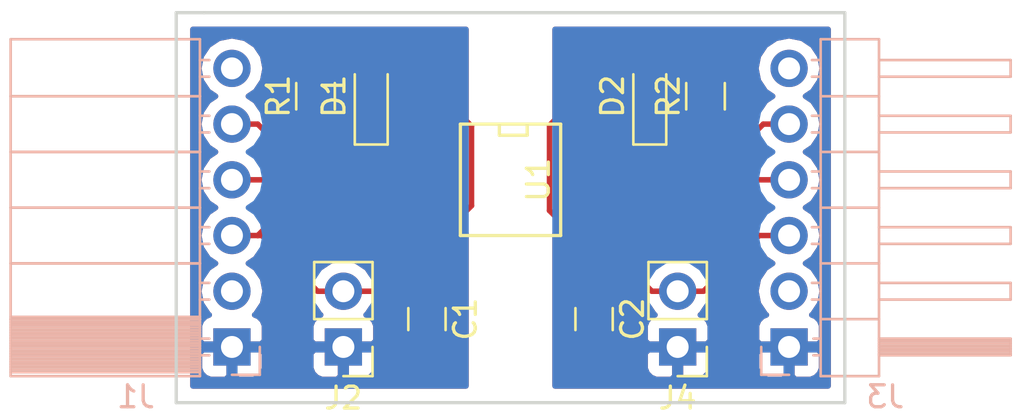
<source format=kicad_pcb>
(kicad_pcb (version 4) (host pcbnew 4.0.7)

  (general
    (links 22)
    (no_connects 0)
    (area 116.764999 96.444999 147.395001 114.375001)
    (thickness 1.6)
    (drawings 5)
    (tracks 78)
    (zones 0)
    (modules 11)
    (nets 11)
  )

  (page A4)
  (layers
    (0 F.Cu signal)
    (31 B.Cu signal)
    (32 B.Adhes user)
    (33 F.Adhes user)
    (34 B.Paste user)
    (35 F.Paste user)
    (36 B.SilkS user)
    (37 F.SilkS user)
    (38 B.Mask user)
    (39 F.Mask user)
    (40 Dwgs.User user)
    (41 Cmts.User user)
    (42 Eco1.User user)
    (43 Eco2.User user)
    (44 Edge.Cuts user)
    (45 Margin user)
    (46 B.CrtYd user)
    (47 F.CrtYd user)
    (48 B.Fab user)
    (49 F.Fab user)
  )

  (setup
    (last_trace_width 0.25)
    (trace_clearance 0.2)
    (zone_clearance 0.508)
    (zone_45_only yes)
    (trace_min 0.2)
    (segment_width 0.2)
    (edge_width 0.15)
    (via_size 0.6)
    (via_drill 0.4)
    (via_min_size 0.4)
    (via_min_drill 0.3)
    (uvia_size 0.3)
    (uvia_drill 0.1)
    (uvias_allowed no)
    (uvia_min_size 0.2)
    (uvia_min_drill 0.1)
    (pcb_text_width 0.3)
    (pcb_text_size 1.5 1.5)
    (mod_edge_width 0.15)
    (mod_text_size 1 1)
    (mod_text_width 0.15)
    (pad_size 1.524 1.524)
    (pad_drill 0.762)
    (pad_to_mask_clearance 0.2)
    (aux_axis_origin 0 0)
    (visible_elements FFFFFF7F)
    (pcbplotparams
      (layerselection 0x00030_80000001)
      (usegerberextensions false)
      (excludeedgelayer true)
      (linewidth 0.100000)
      (plotframeref false)
      (viasonmask false)
      (mode 1)
      (useauxorigin false)
      (hpglpennumber 1)
      (hpglpenspeed 20)
      (hpglpendiameter 15)
      (hpglpenoverlay 2)
      (psnegative false)
      (psa4output false)
      (plotreference true)
      (plotvalue true)
      (plotinvisibletext false)
      (padsonsilk false)
      (subtractmaskfromsilk false)
      (outputformat 1)
      (mirror false)
      (drillshape 1)
      (scaleselection 1)
      (outputdirectory ""))
  )

  (net 0 "")
  (net 1 VDDA)
  (net 2 /RXb)
  (net 3 /TXb)
  (net 4 GNDA)
  (net 5 GND)
  (net 6 /TXa)
  (net 7 /RXa)
  (net 8 VDD)
  (net 9 "Net-(D1-Pad1)")
  (net 10 "Net-(D2-Pad1)")

  (net_class Default "Dit is de standaard class."
    (clearance 0.2)
    (trace_width 0.25)
    (via_dia 0.6)
    (via_drill 0.4)
    (uvia_dia 0.3)
    (uvia_drill 0.1)
    (add_net /RXa)
    (add_net /RXb)
    (add_net /TXa)
    (add_net /TXb)
    (add_net GND)
    (add_net GNDA)
    (add_net "Net-(D1-Pad1)")
    (add_net "Net-(D2-Pad1)")
    (add_net VDD)
    (add_net VDDA)
  )

  (module SMD_Packages:SOIC-8-N (layer F.Cu) (tedit 0) (tstamp 5A0DE6DB)
    (at 132.08 104.14 270)
    (descr "Module Narrow CMS SOJ 8 pins large")
    (tags "CMS SOJ")
    (path /5A0DDE55)
    (attr smd)
    (fp_text reference U1 (at 0 -1.27 270) (layer F.SilkS)
      (effects (font (size 1 1) (thickness 0.15)))
    )
    (fp_text value FOD8012 (at 0 1.27 270) (layer F.Fab)
      (effects (font (size 1 1) (thickness 0.15)))
    )
    (fp_line (start -2.54 -2.286) (end 2.54 -2.286) (layer F.SilkS) (width 0.15))
    (fp_line (start 2.54 -2.286) (end 2.54 2.286) (layer F.SilkS) (width 0.15))
    (fp_line (start 2.54 2.286) (end -2.54 2.286) (layer F.SilkS) (width 0.15))
    (fp_line (start -2.54 2.286) (end -2.54 -2.286) (layer F.SilkS) (width 0.15))
    (fp_line (start -2.54 -0.762) (end -2.032 -0.762) (layer F.SilkS) (width 0.15))
    (fp_line (start -2.032 -0.762) (end -2.032 0.508) (layer F.SilkS) (width 0.15))
    (fp_line (start -2.032 0.508) (end -2.54 0.508) (layer F.SilkS) (width 0.15))
    (pad 8 smd rect (at -1.905 -3.175 270) (size 0.508 1.143) (layers F.Cu F.Paste F.Mask)
      (net 1 VDDA))
    (pad 7 smd rect (at -0.635 -3.175 270) (size 0.508 1.143) (layers F.Cu F.Paste F.Mask)
      (net 2 /RXb))
    (pad 6 smd rect (at 0.635 -3.175 270) (size 0.508 1.143) (layers F.Cu F.Paste F.Mask)
      (net 3 /TXb))
    (pad 5 smd rect (at 1.905 -3.175 270) (size 0.508 1.143) (layers F.Cu F.Paste F.Mask)
      (net 4 GNDA))
    (pad 4 smd rect (at 1.905 3.175 270) (size 0.508 1.143) (layers F.Cu F.Paste F.Mask)
      (net 5 GND))
    (pad 3 smd rect (at 0.635 3.175 270) (size 0.508 1.143) (layers F.Cu F.Paste F.Mask)
      (net 6 /TXa))
    (pad 2 smd rect (at -0.635 3.175 270) (size 0.508 1.143) (layers F.Cu F.Paste F.Mask)
      (net 7 /RXa))
    (pad 1 smd rect (at -1.905 3.175 270) (size 0.508 1.143) (layers F.Cu F.Paste F.Mask)
      (net 8 VDD))
    (model SMD_Packages.3dshapes/SOIC-8-N.wrl
      (at (xyz 0 0 0))
      (scale (xyz 0.5 0.38 0.5))
      (rotate (xyz 0 0 0))
    )
  )

  (module Capacitors_SMD:C_0805_HandSoldering (layer F.Cu) (tedit 58AA84A8) (tstamp 5A0DE70E)
    (at 128.27 110.49 270)
    (descr "Capacitor SMD 0805, hand soldering")
    (tags "capacitor 0805")
    (path /5A0DE3E5)
    (attr smd)
    (fp_text reference C1 (at 0 -1.75 270) (layer F.SilkS)
      (effects (font (size 1 1) (thickness 0.15)))
    )
    (fp_text value 100nF (at 0 1.75 270) (layer F.Fab)
      (effects (font (size 1 1) (thickness 0.15)))
    )
    (fp_text user %R (at 0 -1.75 270) (layer F.Fab)
      (effects (font (size 1 1) (thickness 0.15)))
    )
    (fp_line (start -1 0.62) (end -1 -0.62) (layer F.Fab) (width 0.1))
    (fp_line (start 1 0.62) (end -1 0.62) (layer F.Fab) (width 0.1))
    (fp_line (start 1 -0.62) (end 1 0.62) (layer F.Fab) (width 0.1))
    (fp_line (start -1 -0.62) (end 1 -0.62) (layer F.Fab) (width 0.1))
    (fp_line (start 0.5 -0.85) (end -0.5 -0.85) (layer F.SilkS) (width 0.12))
    (fp_line (start -0.5 0.85) (end 0.5 0.85) (layer F.SilkS) (width 0.12))
    (fp_line (start -2.25 -0.88) (end 2.25 -0.88) (layer F.CrtYd) (width 0.05))
    (fp_line (start -2.25 -0.88) (end -2.25 0.87) (layer F.CrtYd) (width 0.05))
    (fp_line (start 2.25 0.87) (end 2.25 -0.88) (layer F.CrtYd) (width 0.05))
    (fp_line (start 2.25 0.87) (end -2.25 0.87) (layer F.CrtYd) (width 0.05))
    (pad 1 smd rect (at -1.25 0 270) (size 1.5 1.25) (layers F.Cu F.Paste F.Mask)
      (net 8 VDD))
    (pad 2 smd rect (at 1.25 0 270) (size 1.5 1.25) (layers F.Cu F.Paste F.Mask)
      (net 5 GND))
    (model Capacitors_SMD.3dshapes/C_0805.wrl
      (at (xyz 0 0 0))
      (scale (xyz 1 1 1))
      (rotate (xyz 0 0 0))
    )
  )

  (module Capacitors_SMD:C_0805_HandSoldering (layer F.Cu) (tedit 58AA84A8) (tstamp 5A0DE714)
    (at 135.89 110.49 270)
    (descr "Capacitor SMD 0805, hand soldering")
    (tags "capacitor 0805")
    (path /5A0DE462)
    (attr smd)
    (fp_text reference C2 (at 0 -1.75 270) (layer F.SilkS)
      (effects (font (size 1 1) (thickness 0.15)))
    )
    (fp_text value 100nF (at 0 1.75 270) (layer F.Fab)
      (effects (font (size 1 1) (thickness 0.15)))
    )
    (fp_text user %R (at 0 -1.75 270) (layer F.Fab)
      (effects (font (size 1 1) (thickness 0.15)))
    )
    (fp_line (start -1 0.62) (end -1 -0.62) (layer F.Fab) (width 0.1))
    (fp_line (start 1 0.62) (end -1 0.62) (layer F.Fab) (width 0.1))
    (fp_line (start 1 -0.62) (end 1 0.62) (layer F.Fab) (width 0.1))
    (fp_line (start -1 -0.62) (end 1 -0.62) (layer F.Fab) (width 0.1))
    (fp_line (start 0.5 -0.85) (end -0.5 -0.85) (layer F.SilkS) (width 0.12))
    (fp_line (start -0.5 0.85) (end 0.5 0.85) (layer F.SilkS) (width 0.12))
    (fp_line (start -2.25 -0.88) (end 2.25 -0.88) (layer F.CrtYd) (width 0.05))
    (fp_line (start -2.25 -0.88) (end -2.25 0.87) (layer F.CrtYd) (width 0.05))
    (fp_line (start 2.25 0.87) (end 2.25 -0.88) (layer F.CrtYd) (width 0.05))
    (fp_line (start 2.25 0.87) (end -2.25 0.87) (layer F.CrtYd) (width 0.05))
    (pad 1 smd rect (at -1.25 0 270) (size 1.5 1.25) (layers F.Cu F.Paste F.Mask)
      (net 1 VDDA))
    (pad 2 smd rect (at 1.25 0 270) (size 1.5 1.25) (layers F.Cu F.Paste F.Mask)
      (net 4 GNDA))
    (model Capacitors_SMD.3dshapes/C_0805.wrl
      (at (xyz 0 0 0))
      (scale (xyz 1 1 1))
      (rotate (xyz 0 0 0))
    )
  )

  (module LEDs:LED_0805_HandSoldering (layer F.Cu) (tedit 595FCA25) (tstamp 5A0DE71A)
    (at 125.73 100.33 90)
    (descr "Resistor SMD 0805, hand soldering")
    (tags "resistor 0805")
    (path /5A0DE930)
    (attr smd)
    (fp_text reference D1 (at 0 -1.7 90) (layer F.SilkS)
      (effects (font (size 1 1) (thickness 0.15)))
    )
    (fp_text value LED (at 0 1.75 90) (layer F.Fab)
      (effects (font (size 1 1) (thickness 0.15)))
    )
    (fp_line (start -0.4 -0.4) (end -0.4 0.4) (layer F.Fab) (width 0.1))
    (fp_line (start -0.4 0) (end 0.2 -0.4) (layer F.Fab) (width 0.1))
    (fp_line (start 0.2 0.4) (end -0.4 0) (layer F.Fab) (width 0.1))
    (fp_line (start 0.2 -0.4) (end 0.2 0.4) (layer F.Fab) (width 0.1))
    (fp_line (start -1 0.62) (end -1 -0.62) (layer F.Fab) (width 0.1))
    (fp_line (start 1 0.62) (end -1 0.62) (layer F.Fab) (width 0.1))
    (fp_line (start 1 -0.62) (end 1 0.62) (layer F.Fab) (width 0.1))
    (fp_line (start -1 -0.62) (end 1 -0.62) (layer F.Fab) (width 0.1))
    (fp_line (start 1 0.75) (end -2.2 0.75) (layer F.SilkS) (width 0.12))
    (fp_line (start -2.2 -0.75) (end 1 -0.75) (layer F.SilkS) (width 0.12))
    (fp_line (start -2.35 -0.9) (end 2.35 -0.9) (layer F.CrtYd) (width 0.05))
    (fp_line (start -2.35 -0.9) (end -2.35 0.9) (layer F.CrtYd) (width 0.05))
    (fp_line (start 2.35 0.9) (end 2.35 -0.9) (layer F.CrtYd) (width 0.05))
    (fp_line (start 2.35 0.9) (end -2.35 0.9) (layer F.CrtYd) (width 0.05))
    (fp_line (start -2.2 -0.75) (end -2.2 0.75) (layer F.SilkS) (width 0.12))
    (pad 1 smd rect (at -1.35 0 90) (size 1.5 1.3) (layers F.Cu F.Paste F.Mask)
      (net 9 "Net-(D1-Pad1)"))
    (pad 2 smd rect (at 1.35 0 90) (size 1.5 1.3) (layers F.Cu F.Paste F.Mask)
      (net 8 VDD))
    (model ${KISYS3DMOD}/LEDs.3dshapes/LED_0805.wrl
      (at (xyz 0 0 0))
      (scale (xyz 1 1 1))
      (rotate (xyz 0 0 0))
    )
  )

  (module LEDs:LED_0805_HandSoldering (layer F.Cu) (tedit 595FCA25) (tstamp 5A0DE720)
    (at 138.43 100.33 90)
    (descr "Resistor SMD 0805, hand soldering")
    (tags "resistor 0805")
    (path /5A0DEE0D)
    (attr smd)
    (fp_text reference D2 (at 0 -1.7 90) (layer F.SilkS)
      (effects (font (size 1 1) (thickness 0.15)))
    )
    (fp_text value LED (at 0 1.75 90) (layer F.Fab)
      (effects (font (size 1 1) (thickness 0.15)))
    )
    (fp_line (start -0.4 -0.4) (end -0.4 0.4) (layer F.Fab) (width 0.1))
    (fp_line (start -0.4 0) (end 0.2 -0.4) (layer F.Fab) (width 0.1))
    (fp_line (start 0.2 0.4) (end -0.4 0) (layer F.Fab) (width 0.1))
    (fp_line (start 0.2 -0.4) (end 0.2 0.4) (layer F.Fab) (width 0.1))
    (fp_line (start -1 0.62) (end -1 -0.62) (layer F.Fab) (width 0.1))
    (fp_line (start 1 0.62) (end -1 0.62) (layer F.Fab) (width 0.1))
    (fp_line (start 1 -0.62) (end 1 0.62) (layer F.Fab) (width 0.1))
    (fp_line (start -1 -0.62) (end 1 -0.62) (layer F.Fab) (width 0.1))
    (fp_line (start 1 0.75) (end -2.2 0.75) (layer F.SilkS) (width 0.12))
    (fp_line (start -2.2 -0.75) (end 1 -0.75) (layer F.SilkS) (width 0.12))
    (fp_line (start -2.35 -0.9) (end 2.35 -0.9) (layer F.CrtYd) (width 0.05))
    (fp_line (start -2.35 -0.9) (end -2.35 0.9) (layer F.CrtYd) (width 0.05))
    (fp_line (start 2.35 0.9) (end 2.35 -0.9) (layer F.CrtYd) (width 0.05))
    (fp_line (start 2.35 0.9) (end -2.35 0.9) (layer F.CrtYd) (width 0.05))
    (fp_line (start -2.2 -0.75) (end -2.2 0.75) (layer F.SilkS) (width 0.12))
    (pad 1 smd rect (at -1.35 0 90) (size 1.5 1.3) (layers F.Cu F.Paste F.Mask)
      (net 10 "Net-(D2-Pad1)"))
    (pad 2 smd rect (at 1.35 0 90) (size 1.5 1.3) (layers F.Cu F.Paste F.Mask)
      (net 1 VDDA))
    (model ${KISYS3DMOD}/LEDs.3dshapes/LED_0805.wrl
      (at (xyz 0 0 0))
      (scale (xyz 1 1 1))
      (rotate (xyz 0 0 0))
    )
  )

  (module Socket_Strips:Socket_Strip_Angled_1x06_Pitch2.54mm (layer B.Cu) (tedit 58CD5446) (tstamp 5A0DE72A)
    (at 119.38 111.76)
    (descr "Through hole angled socket strip, 1x06, 2.54mm pitch, 8.51mm socket length, single row")
    (tags "Through hole angled socket strip THT 1x06 2.54mm single row")
    (path /5A0DDEE5)
    (fp_text reference J1 (at -4.38 2.27) (layer B.SilkS)
      (effects (font (size 1 1) (thickness 0.15)) (justify mirror))
    )
    (fp_text value USB-to-UART (at -4.38 -14.97) (layer B.Fab)
      (effects (font (size 1 1) (thickness 0.15)) (justify mirror))
    )
    (fp_line (start -1.52 1.27) (end -1.52 -1.27) (layer B.Fab) (width 0.1))
    (fp_line (start -1.52 -1.27) (end -10.03 -1.27) (layer B.Fab) (width 0.1))
    (fp_line (start -10.03 -1.27) (end -10.03 1.27) (layer B.Fab) (width 0.1))
    (fp_line (start -10.03 1.27) (end -1.52 1.27) (layer B.Fab) (width 0.1))
    (fp_line (start 0 0.32) (end 0 -0.32) (layer B.Fab) (width 0.1))
    (fp_line (start 0 -0.32) (end -1.52 -0.32) (layer B.Fab) (width 0.1))
    (fp_line (start -1.52 -0.32) (end -1.52 0.32) (layer B.Fab) (width 0.1))
    (fp_line (start -1.52 0.32) (end 0 0.32) (layer B.Fab) (width 0.1))
    (fp_line (start -1.52 -1.27) (end -1.52 -3.81) (layer B.Fab) (width 0.1))
    (fp_line (start -1.52 -3.81) (end -10.03 -3.81) (layer B.Fab) (width 0.1))
    (fp_line (start -10.03 -3.81) (end -10.03 -1.27) (layer B.Fab) (width 0.1))
    (fp_line (start -10.03 -1.27) (end -1.52 -1.27) (layer B.Fab) (width 0.1))
    (fp_line (start 0 -2.22) (end 0 -2.86) (layer B.Fab) (width 0.1))
    (fp_line (start 0 -2.86) (end -1.52 -2.86) (layer B.Fab) (width 0.1))
    (fp_line (start -1.52 -2.86) (end -1.52 -2.22) (layer B.Fab) (width 0.1))
    (fp_line (start -1.52 -2.22) (end 0 -2.22) (layer B.Fab) (width 0.1))
    (fp_line (start -1.52 -3.81) (end -1.52 -6.35) (layer B.Fab) (width 0.1))
    (fp_line (start -1.52 -6.35) (end -10.03 -6.35) (layer B.Fab) (width 0.1))
    (fp_line (start -10.03 -6.35) (end -10.03 -3.81) (layer B.Fab) (width 0.1))
    (fp_line (start -10.03 -3.81) (end -1.52 -3.81) (layer B.Fab) (width 0.1))
    (fp_line (start 0 -4.76) (end 0 -5.4) (layer B.Fab) (width 0.1))
    (fp_line (start 0 -5.4) (end -1.52 -5.4) (layer B.Fab) (width 0.1))
    (fp_line (start -1.52 -5.4) (end -1.52 -4.76) (layer B.Fab) (width 0.1))
    (fp_line (start -1.52 -4.76) (end 0 -4.76) (layer B.Fab) (width 0.1))
    (fp_line (start -1.52 -6.35) (end -1.52 -8.89) (layer B.Fab) (width 0.1))
    (fp_line (start -1.52 -8.89) (end -10.03 -8.89) (layer B.Fab) (width 0.1))
    (fp_line (start -10.03 -8.89) (end -10.03 -6.35) (layer B.Fab) (width 0.1))
    (fp_line (start -10.03 -6.35) (end -1.52 -6.35) (layer B.Fab) (width 0.1))
    (fp_line (start 0 -7.3) (end 0 -7.94) (layer B.Fab) (width 0.1))
    (fp_line (start 0 -7.94) (end -1.52 -7.94) (layer B.Fab) (width 0.1))
    (fp_line (start -1.52 -7.94) (end -1.52 -7.3) (layer B.Fab) (width 0.1))
    (fp_line (start -1.52 -7.3) (end 0 -7.3) (layer B.Fab) (width 0.1))
    (fp_line (start -1.52 -8.89) (end -1.52 -11.43) (layer B.Fab) (width 0.1))
    (fp_line (start -1.52 -11.43) (end -10.03 -11.43) (layer B.Fab) (width 0.1))
    (fp_line (start -10.03 -11.43) (end -10.03 -8.89) (layer B.Fab) (width 0.1))
    (fp_line (start -10.03 -8.89) (end -1.52 -8.89) (layer B.Fab) (width 0.1))
    (fp_line (start 0 -9.84) (end 0 -10.48) (layer B.Fab) (width 0.1))
    (fp_line (start 0 -10.48) (end -1.52 -10.48) (layer B.Fab) (width 0.1))
    (fp_line (start -1.52 -10.48) (end -1.52 -9.84) (layer B.Fab) (width 0.1))
    (fp_line (start -1.52 -9.84) (end 0 -9.84) (layer B.Fab) (width 0.1))
    (fp_line (start -1.52 -11.43) (end -1.52 -13.97) (layer B.Fab) (width 0.1))
    (fp_line (start -1.52 -13.97) (end -10.03 -13.97) (layer B.Fab) (width 0.1))
    (fp_line (start -10.03 -13.97) (end -10.03 -11.43) (layer B.Fab) (width 0.1))
    (fp_line (start -10.03 -11.43) (end -1.52 -11.43) (layer B.Fab) (width 0.1))
    (fp_line (start 0 -12.38) (end 0 -13.02) (layer B.Fab) (width 0.1))
    (fp_line (start 0 -13.02) (end -1.52 -13.02) (layer B.Fab) (width 0.1))
    (fp_line (start -1.52 -13.02) (end -1.52 -12.38) (layer B.Fab) (width 0.1))
    (fp_line (start -1.52 -12.38) (end 0 -12.38) (layer B.Fab) (width 0.1))
    (fp_line (start -1.46 1.33) (end -1.46 -1.27) (layer B.SilkS) (width 0.12))
    (fp_line (start -1.46 -1.27) (end -10.09 -1.27) (layer B.SilkS) (width 0.12))
    (fp_line (start -10.09 -1.27) (end -10.09 1.33) (layer B.SilkS) (width 0.12))
    (fp_line (start -10.09 1.33) (end -1.46 1.33) (layer B.SilkS) (width 0.12))
    (fp_line (start -1.03 0.38) (end -1.46 0.38) (layer B.SilkS) (width 0.12))
    (fp_line (start -1.03 -0.38) (end -1.46 -0.38) (layer B.SilkS) (width 0.12))
    (fp_line (start -1.46 1.15) (end -10.09 1.15) (layer B.SilkS) (width 0.12))
    (fp_line (start -1.46 1.03) (end -10.09 1.03) (layer B.SilkS) (width 0.12))
    (fp_line (start -1.46 0.91) (end -10.09 0.91) (layer B.SilkS) (width 0.12))
    (fp_line (start -1.46 0.79) (end -10.09 0.79) (layer B.SilkS) (width 0.12))
    (fp_line (start -1.46 0.67) (end -10.09 0.67) (layer B.SilkS) (width 0.12))
    (fp_line (start -1.46 0.55) (end -10.09 0.55) (layer B.SilkS) (width 0.12))
    (fp_line (start -1.46 0.43) (end -10.09 0.43) (layer B.SilkS) (width 0.12))
    (fp_line (start -1.46 0.31) (end -10.09 0.31) (layer B.SilkS) (width 0.12))
    (fp_line (start -1.46 0.19) (end -10.09 0.19) (layer B.SilkS) (width 0.12))
    (fp_line (start -1.46 0.07) (end -10.09 0.07) (layer B.SilkS) (width 0.12))
    (fp_line (start -1.46 -0.05) (end -10.09 -0.05) (layer B.SilkS) (width 0.12))
    (fp_line (start -1.46 -0.17) (end -10.09 -0.17) (layer B.SilkS) (width 0.12))
    (fp_line (start -1.46 -0.29) (end -10.09 -0.29) (layer B.SilkS) (width 0.12))
    (fp_line (start -1.46 -0.41) (end -10.09 -0.41) (layer B.SilkS) (width 0.12))
    (fp_line (start -1.46 -0.53) (end -10.09 -0.53) (layer B.SilkS) (width 0.12))
    (fp_line (start -1.46 -0.65) (end -10.09 -0.65) (layer B.SilkS) (width 0.12))
    (fp_line (start -1.46 -0.77) (end -10.09 -0.77) (layer B.SilkS) (width 0.12))
    (fp_line (start -1.46 -0.89) (end -10.09 -0.89) (layer B.SilkS) (width 0.12))
    (fp_line (start -1.46 -1.01) (end -10.09 -1.01) (layer B.SilkS) (width 0.12))
    (fp_line (start -1.46 -1.13) (end -10.09 -1.13) (layer B.SilkS) (width 0.12))
    (fp_line (start -1.46 -1.25) (end -10.09 -1.25) (layer B.SilkS) (width 0.12))
    (fp_line (start -1.46 -1.37) (end -10.09 -1.37) (layer B.SilkS) (width 0.12))
    (fp_line (start -1.46 -1.27) (end -1.46 -3.81) (layer B.SilkS) (width 0.12))
    (fp_line (start -1.46 -3.81) (end -10.09 -3.81) (layer B.SilkS) (width 0.12))
    (fp_line (start -10.09 -3.81) (end -10.09 -1.27) (layer B.SilkS) (width 0.12))
    (fp_line (start -10.09 -1.27) (end -1.46 -1.27) (layer B.SilkS) (width 0.12))
    (fp_line (start -1.03 -2.16) (end -1.46 -2.16) (layer B.SilkS) (width 0.12))
    (fp_line (start -1.03 -2.92) (end -1.46 -2.92) (layer B.SilkS) (width 0.12))
    (fp_line (start -1.46 -3.81) (end -1.46 -6.35) (layer B.SilkS) (width 0.12))
    (fp_line (start -1.46 -6.35) (end -10.09 -6.35) (layer B.SilkS) (width 0.12))
    (fp_line (start -10.09 -6.35) (end -10.09 -3.81) (layer B.SilkS) (width 0.12))
    (fp_line (start -10.09 -3.81) (end -1.46 -3.81) (layer B.SilkS) (width 0.12))
    (fp_line (start -1.03 -4.7) (end -1.46 -4.7) (layer B.SilkS) (width 0.12))
    (fp_line (start -1.03 -5.46) (end -1.46 -5.46) (layer B.SilkS) (width 0.12))
    (fp_line (start -1.46 -6.35) (end -1.46 -8.89) (layer B.SilkS) (width 0.12))
    (fp_line (start -1.46 -8.89) (end -10.09 -8.89) (layer B.SilkS) (width 0.12))
    (fp_line (start -10.09 -8.89) (end -10.09 -6.35) (layer B.SilkS) (width 0.12))
    (fp_line (start -10.09 -6.35) (end -1.46 -6.35) (layer B.SilkS) (width 0.12))
    (fp_line (start -1.03 -7.24) (end -1.46 -7.24) (layer B.SilkS) (width 0.12))
    (fp_line (start -1.03 -8) (end -1.46 -8) (layer B.SilkS) (width 0.12))
    (fp_line (start -1.46 -8.89) (end -1.46 -11.43) (layer B.SilkS) (width 0.12))
    (fp_line (start -1.46 -11.43) (end -10.09 -11.43) (layer B.SilkS) (width 0.12))
    (fp_line (start -10.09 -11.43) (end -10.09 -8.89) (layer B.SilkS) (width 0.12))
    (fp_line (start -10.09 -8.89) (end -1.46 -8.89) (layer B.SilkS) (width 0.12))
    (fp_line (start -1.03 -9.78) (end -1.46 -9.78) (layer B.SilkS) (width 0.12))
    (fp_line (start -1.03 -10.54) (end -1.46 -10.54) (layer B.SilkS) (width 0.12))
    (fp_line (start -1.46 -11.43) (end -1.46 -14.03) (layer B.SilkS) (width 0.12))
    (fp_line (start -1.46 -14.03) (end -10.09 -14.03) (layer B.SilkS) (width 0.12))
    (fp_line (start -10.09 -14.03) (end -10.09 -11.43) (layer B.SilkS) (width 0.12))
    (fp_line (start -10.09 -11.43) (end -1.46 -11.43) (layer B.SilkS) (width 0.12))
    (fp_line (start -1.03 -12.32) (end -1.46 -12.32) (layer B.SilkS) (width 0.12))
    (fp_line (start -1.03 -13.08) (end -1.46 -13.08) (layer B.SilkS) (width 0.12))
    (fp_line (start 0 1.27) (end 1.27 1.27) (layer B.SilkS) (width 0.12))
    (fp_line (start 1.27 1.27) (end 1.27 0) (layer B.SilkS) (width 0.12))
    (fp_line (start 1.8 1.8) (end 1.8 -14.5) (layer B.CrtYd) (width 0.05))
    (fp_line (start 1.8 -14.5) (end -10.55 -14.5) (layer B.CrtYd) (width 0.05))
    (fp_line (start -10.55 -14.5) (end -10.55 1.8) (layer B.CrtYd) (width 0.05))
    (fp_line (start -10.55 1.8) (end 1.8 1.8) (layer B.CrtYd) (width 0.05))
    (fp_text user %R (at -4.38 2.27) (layer B.Fab)
      (effects (font (size 1 1) (thickness 0.15)) (justify mirror))
    )
    (pad 1 thru_hole rect (at 0 0) (size 1.7 1.7) (drill 1) (layers *.Cu *.Mask)
      (net 5 GND))
    (pad 2 thru_hole oval (at 0 -2.54) (size 1.7 1.7) (drill 1) (layers *.Cu *.Mask))
    (pad 3 thru_hole oval (at 0 -5.08) (size 1.7 1.7) (drill 1) (layers *.Cu *.Mask)
      (net 8 VDD))
    (pad 4 thru_hole oval (at 0 -7.62) (size 1.7 1.7) (drill 1) (layers *.Cu *.Mask)
      (net 6 /TXa))
    (pad 5 thru_hole oval (at 0 -10.16) (size 1.7 1.7) (drill 1) (layers *.Cu *.Mask)
      (net 7 /RXa))
    (pad 6 thru_hole oval (at 0 -12.7) (size 1.7 1.7) (drill 1) (layers *.Cu *.Mask))
    (model ${KISYS3DMOD}/Socket_Strips.3dshapes/Socket_Strip_Angled_1x06_Pitch2.54mm.wrl
      (at (xyz 0 -0.25 0))
      (scale (xyz 1 1 1))
      (rotate (xyz 0 0 270))
    )
  )

  (module Socket_Strips:Socket_Strip_Straight_1x02_Pitch2.54mm (layer F.Cu) (tedit 58CD5446) (tstamp 5A0DE730)
    (at 124.46 111.76 180)
    (descr "Through hole straight socket strip, 1x02, 2.54mm pitch, single row")
    (tags "Through hole socket strip THT 1x02 2.54mm single row")
    (path /5A0DEEDF)
    (fp_text reference J2 (at 0 -2.33 180) (layer F.SilkS)
      (effects (font (size 1 1) (thickness 0.15)))
    )
    (fp_text value Power (at 0 4.87 180) (layer F.Fab)
      (effects (font (size 1 1) (thickness 0.15)))
    )
    (fp_line (start -1.27 -1.27) (end -1.27 3.81) (layer F.Fab) (width 0.1))
    (fp_line (start -1.27 3.81) (end 1.27 3.81) (layer F.Fab) (width 0.1))
    (fp_line (start 1.27 3.81) (end 1.27 -1.27) (layer F.Fab) (width 0.1))
    (fp_line (start 1.27 -1.27) (end -1.27 -1.27) (layer F.Fab) (width 0.1))
    (fp_line (start -1.33 1.27) (end -1.33 3.87) (layer F.SilkS) (width 0.12))
    (fp_line (start -1.33 3.87) (end 1.33 3.87) (layer F.SilkS) (width 0.12))
    (fp_line (start 1.33 3.87) (end 1.33 1.27) (layer F.SilkS) (width 0.12))
    (fp_line (start 1.33 1.27) (end -1.33 1.27) (layer F.SilkS) (width 0.12))
    (fp_line (start -1.33 0) (end -1.33 -1.33) (layer F.SilkS) (width 0.12))
    (fp_line (start -1.33 -1.33) (end 0 -1.33) (layer F.SilkS) (width 0.12))
    (fp_line (start -1.8 -1.8) (end -1.8 4.35) (layer F.CrtYd) (width 0.05))
    (fp_line (start -1.8 4.35) (end 1.8 4.35) (layer F.CrtYd) (width 0.05))
    (fp_line (start 1.8 4.35) (end 1.8 -1.8) (layer F.CrtYd) (width 0.05))
    (fp_line (start 1.8 -1.8) (end -1.8 -1.8) (layer F.CrtYd) (width 0.05))
    (fp_text user %R (at 0 -2.33 180) (layer F.Fab)
      (effects (font (size 1 1) (thickness 0.15)))
    )
    (pad 1 thru_hole rect (at 0 0 180) (size 1.7 1.7) (drill 1) (layers *.Cu *.Mask)
      (net 5 GND))
    (pad 2 thru_hole oval (at 0 2.54 180) (size 1.7 1.7) (drill 1) (layers *.Cu *.Mask)
      (net 8 VDD))
    (model ${KISYS3DMOD}/Socket_Strips.3dshapes/Socket_Strip_Straight_1x02_Pitch2.54mm.wrl
      (at (xyz 0 -0.05 0))
      (scale (xyz 1 1 1))
      (rotate (xyz 0 0 270))
    )
  )

  (module Pin_Headers:Pin_Header_Angled_1x06_Pitch2.54mm (layer B.Cu) (tedit 59650532) (tstamp 5A0DE73A)
    (at 144.78 111.76)
    (descr "Through hole angled pin header, 1x06, 2.54mm pitch, 6mm pin length, single row")
    (tags "Through hole angled pin header THT 1x06 2.54mm single row")
    (path /5A0DE227)
    (fp_text reference J3 (at 4.385 2.27) (layer B.SilkS)
      (effects (font (size 1 1) (thickness 0.15)) (justify mirror))
    )
    (fp_text value UART-to-Device (at 4.385 -14.97) (layer B.Fab)
      (effects (font (size 1 1) (thickness 0.15)) (justify mirror))
    )
    (fp_line (start 2.135 1.27) (end 4.04 1.27) (layer B.Fab) (width 0.1))
    (fp_line (start 4.04 1.27) (end 4.04 -13.97) (layer B.Fab) (width 0.1))
    (fp_line (start 4.04 -13.97) (end 1.5 -13.97) (layer B.Fab) (width 0.1))
    (fp_line (start 1.5 -13.97) (end 1.5 0.635) (layer B.Fab) (width 0.1))
    (fp_line (start 1.5 0.635) (end 2.135 1.27) (layer B.Fab) (width 0.1))
    (fp_line (start -0.32 0.32) (end 1.5 0.32) (layer B.Fab) (width 0.1))
    (fp_line (start -0.32 0.32) (end -0.32 -0.32) (layer B.Fab) (width 0.1))
    (fp_line (start -0.32 -0.32) (end 1.5 -0.32) (layer B.Fab) (width 0.1))
    (fp_line (start 4.04 0.32) (end 10.04 0.32) (layer B.Fab) (width 0.1))
    (fp_line (start 10.04 0.32) (end 10.04 -0.32) (layer B.Fab) (width 0.1))
    (fp_line (start 4.04 -0.32) (end 10.04 -0.32) (layer B.Fab) (width 0.1))
    (fp_line (start -0.32 -2.22) (end 1.5 -2.22) (layer B.Fab) (width 0.1))
    (fp_line (start -0.32 -2.22) (end -0.32 -2.86) (layer B.Fab) (width 0.1))
    (fp_line (start -0.32 -2.86) (end 1.5 -2.86) (layer B.Fab) (width 0.1))
    (fp_line (start 4.04 -2.22) (end 10.04 -2.22) (layer B.Fab) (width 0.1))
    (fp_line (start 10.04 -2.22) (end 10.04 -2.86) (layer B.Fab) (width 0.1))
    (fp_line (start 4.04 -2.86) (end 10.04 -2.86) (layer B.Fab) (width 0.1))
    (fp_line (start -0.32 -4.76) (end 1.5 -4.76) (layer B.Fab) (width 0.1))
    (fp_line (start -0.32 -4.76) (end -0.32 -5.4) (layer B.Fab) (width 0.1))
    (fp_line (start -0.32 -5.4) (end 1.5 -5.4) (layer B.Fab) (width 0.1))
    (fp_line (start 4.04 -4.76) (end 10.04 -4.76) (layer B.Fab) (width 0.1))
    (fp_line (start 10.04 -4.76) (end 10.04 -5.4) (layer B.Fab) (width 0.1))
    (fp_line (start 4.04 -5.4) (end 10.04 -5.4) (layer B.Fab) (width 0.1))
    (fp_line (start -0.32 -7.3) (end 1.5 -7.3) (layer B.Fab) (width 0.1))
    (fp_line (start -0.32 -7.3) (end -0.32 -7.94) (layer B.Fab) (width 0.1))
    (fp_line (start -0.32 -7.94) (end 1.5 -7.94) (layer B.Fab) (width 0.1))
    (fp_line (start 4.04 -7.3) (end 10.04 -7.3) (layer B.Fab) (width 0.1))
    (fp_line (start 10.04 -7.3) (end 10.04 -7.94) (layer B.Fab) (width 0.1))
    (fp_line (start 4.04 -7.94) (end 10.04 -7.94) (layer B.Fab) (width 0.1))
    (fp_line (start -0.32 -9.84) (end 1.5 -9.84) (layer B.Fab) (width 0.1))
    (fp_line (start -0.32 -9.84) (end -0.32 -10.48) (layer B.Fab) (width 0.1))
    (fp_line (start -0.32 -10.48) (end 1.5 -10.48) (layer B.Fab) (width 0.1))
    (fp_line (start 4.04 -9.84) (end 10.04 -9.84) (layer B.Fab) (width 0.1))
    (fp_line (start 10.04 -9.84) (end 10.04 -10.48) (layer B.Fab) (width 0.1))
    (fp_line (start 4.04 -10.48) (end 10.04 -10.48) (layer B.Fab) (width 0.1))
    (fp_line (start -0.32 -12.38) (end 1.5 -12.38) (layer B.Fab) (width 0.1))
    (fp_line (start -0.32 -12.38) (end -0.32 -13.02) (layer B.Fab) (width 0.1))
    (fp_line (start -0.32 -13.02) (end 1.5 -13.02) (layer B.Fab) (width 0.1))
    (fp_line (start 4.04 -12.38) (end 10.04 -12.38) (layer B.Fab) (width 0.1))
    (fp_line (start 10.04 -12.38) (end 10.04 -13.02) (layer B.Fab) (width 0.1))
    (fp_line (start 4.04 -13.02) (end 10.04 -13.02) (layer B.Fab) (width 0.1))
    (fp_line (start 1.44 1.33) (end 1.44 -14.03) (layer B.SilkS) (width 0.12))
    (fp_line (start 1.44 -14.03) (end 4.1 -14.03) (layer B.SilkS) (width 0.12))
    (fp_line (start 4.1 -14.03) (end 4.1 1.33) (layer B.SilkS) (width 0.12))
    (fp_line (start 4.1 1.33) (end 1.44 1.33) (layer B.SilkS) (width 0.12))
    (fp_line (start 4.1 0.38) (end 10.1 0.38) (layer B.SilkS) (width 0.12))
    (fp_line (start 10.1 0.38) (end 10.1 -0.38) (layer B.SilkS) (width 0.12))
    (fp_line (start 10.1 -0.38) (end 4.1 -0.38) (layer B.SilkS) (width 0.12))
    (fp_line (start 4.1 0.32) (end 10.1 0.32) (layer B.SilkS) (width 0.12))
    (fp_line (start 4.1 0.2) (end 10.1 0.2) (layer B.SilkS) (width 0.12))
    (fp_line (start 4.1 0.08) (end 10.1 0.08) (layer B.SilkS) (width 0.12))
    (fp_line (start 4.1 -0.04) (end 10.1 -0.04) (layer B.SilkS) (width 0.12))
    (fp_line (start 4.1 -0.16) (end 10.1 -0.16) (layer B.SilkS) (width 0.12))
    (fp_line (start 4.1 -0.28) (end 10.1 -0.28) (layer B.SilkS) (width 0.12))
    (fp_line (start 1.11 0.38) (end 1.44 0.38) (layer B.SilkS) (width 0.12))
    (fp_line (start 1.11 -0.38) (end 1.44 -0.38) (layer B.SilkS) (width 0.12))
    (fp_line (start 1.44 -1.27) (end 4.1 -1.27) (layer B.SilkS) (width 0.12))
    (fp_line (start 4.1 -2.16) (end 10.1 -2.16) (layer B.SilkS) (width 0.12))
    (fp_line (start 10.1 -2.16) (end 10.1 -2.92) (layer B.SilkS) (width 0.12))
    (fp_line (start 10.1 -2.92) (end 4.1 -2.92) (layer B.SilkS) (width 0.12))
    (fp_line (start 1.042929 -2.16) (end 1.44 -2.16) (layer B.SilkS) (width 0.12))
    (fp_line (start 1.042929 -2.92) (end 1.44 -2.92) (layer B.SilkS) (width 0.12))
    (fp_line (start 1.44 -3.81) (end 4.1 -3.81) (layer B.SilkS) (width 0.12))
    (fp_line (start 4.1 -4.7) (end 10.1 -4.7) (layer B.SilkS) (width 0.12))
    (fp_line (start 10.1 -4.7) (end 10.1 -5.46) (layer B.SilkS) (width 0.12))
    (fp_line (start 10.1 -5.46) (end 4.1 -5.46) (layer B.SilkS) (width 0.12))
    (fp_line (start 1.042929 -4.7) (end 1.44 -4.7) (layer B.SilkS) (width 0.12))
    (fp_line (start 1.042929 -5.46) (end 1.44 -5.46) (layer B.SilkS) (width 0.12))
    (fp_line (start 1.44 -6.35) (end 4.1 -6.35) (layer B.SilkS) (width 0.12))
    (fp_line (start 4.1 -7.24) (end 10.1 -7.24) (layer B.SilkS) (width 0.12))
    (fp_line (start 10.1 -7.24) (end 10.1 -8) (layer B.SilkS) (width 0.12))
    (fp_line (start 10.1 -8) (end 4.1 -8) (layer B.SilkS) (width 0.12))
    (fp_line (start 1.042929 -7.24) (end 1.44 -7.24) (layer B.SilkS) (width 0.12))
    (fp_line (start 1.042929 -8) (end 1.44 -8) (layer B.SilkS) (width 0.12))
    (fp_line (start 1.44 -8.89) (end 4.1 -8.89) (layer B.SilkS) (width 0.12))
    (fp_line (start 4.1 -9.78) (end 10.1 -9.78) (layer B.SilkS) (width 0.12))
    (fp_line (start 10.1 -9.78) (end 10.1 -10.54) (layer B.SilkS) (width 0.12))
    (fp_line (start 10.1 -10.54) (end 4.1 -10.54) (layer B.SilkS) (width 0.12))
    (fp_line (start 1.042929 -9.78) (end 1.44 -9.78) (layer B.SilkS) (width 0.12))
    (fp_line (start 1.042929 -10.54) (end 1.44 -10.54) (layer B.SilkS) (width 0.12))
    (fp_line (start 1.44 -11.43) (end 4.1 -11.43) (layer B.SilkS) (width 0.12))
    (fp_line (start 4.1 -12.32) (end 10.1 -12.32) (layer B.SilkS) (width 0.12))
    (fp_line (start 10.1 -12.32) (end 10.1 -13.08) (layer B.SilkS) (width 0.12))
    (fp_line (start 10.1 -13.08) (end 4.1 -13.08) (layer B.SilkS) (width 0.12))
    (fp_line (start 1.042929 -12.32) (end 1.44 -12.32) (layer B.SilkS) (width 0.12))
    (fp_line (start 1.042929 -13.08) (end 1.44 -13.08) (layer B.SilkS) (width 0.12))
    (fp_line (start -1.27 0) (end -1.27 1.27) (layer B.SilkS) (width 0.12))
    (fp_line (start -1.27 1.27) (end 0 1.27) (layer B.SilkS) (width 0.12))
    (fp_line (start -1.8 1.8) (end -1.8 -14.5) (layer B.CrtYd) (width 0.05))
    (fp_line (start -1.8 -14.5) (end 10.55 -14.5) (layer B.CrtYd) (width 0.05))
    (fp_line (start 10.55 -14.5) (end 10.55 1.8) (layer B.CrtYd) (width 0.05))
    (fp_line (start 10.55 1.8) (end -1.8 1.8) (layer B.CrtYd) (width 0.05))
    (fp_text user %R (at 2.77 -6.35 270) (layer B.Fab)
      (effects (font (size 1 1) (thickness 0.15)) (justify mirror))
    )
    (pad 1 thru_hole rect (at 0 0) (size 1.7 1.7) (drill 1) (layers *.Cu *.Mask)
      (net 4 GNDA))
    (pad 2 thru_hole oval (at 0 -2.54) (size 1.7 1.7) (drill 1) (layers *.Cu *.Mask))
    (pad 3 thru_hole oval (at 0 -5.08) (size 1.7 1.7) (drill 1) (layers *.Cu *.Mask)
      (net 1 VDDA))
    (pad 4 thru_hole oval (at 0 -7.62) (size 1.7 1.7) (drill 1) (layers *.Cu *.Mask)
      (net 3 /TXb))
    (pad 5 thru_hole oval (at 0 -10.16) (size 1.7 1.7) (drill 1) (layers *.Cu *.Mask)
      (net 2 /RXb))
    (pad 6 thru_hole oval (at 0 -12.7) (size 1.7 1.7) (drill 1) (layers *.Cu *.Mask))
    (model ${KISYS3DMOD}/Pin_Headers.3dshapes/Pin_Header_Angled_1x06_Pitch2.54mm.wrl
      (at (xyz 0 0 0))
      (scale (xyz 1 1 1))
      (rotate (xyz 0 0 0))
    )
  )

  (module Socket_Strips:Socket_Strip_Straight_1x02_Pitch2.54mm (layer F.Cu) (tedit 58CD5446) (tstamp 5A0DE740)
    (at 139.7 111.76 180)
    (descr "Through hole straight socket strip, 1x02, 2.54mm pitch, single row")
    (tags "Through hole socket strip THT 1x02 2.54mm single row")
    (path /5A0DF39D)
    (fp_text reference J4 (at 0 -2.33 180) (layer F.SilkS)
      (effects (font (size 1 1) (thickness 0.15)))
    )
    (fp_text value Power (at 0 4.87 180) (layer F.Fab)
      (effects (font (size 1 1) (thickness 0.15)))
    )
    (fp_line (start -1.27 -1.27) (end -1.27 3.81) (layer F.Fab) (width 0.1))
    (fp_line (start -1.27 3.81) (end 1.27 3.81) (layer F.Fab) (width 0.1))
    (fp_line (start 1.27 3.81) (end 1.27 -1.27) (layer F.Fab) (width 0.1))
    (fp_line (start 1.27 -1.27) (end -1.27 -1.27) (layer F.Fab) (width 0.1))
    (fp_line (start -1.33 1.27) (end -1.33 3.87) (layer F.SilkS) (width 0.12))
    (fp_line (start -1.33 3.87) (end 1.33 3.87) (layer F.SilkS) (width 0.12))
    (fp_line (start 1.33 3.87) (end 1.33 1.27) (layer F.SilkS) (width 0.12))
    (fp_line (start 1.33 1.27) (end -1.33 1.27) (layer F.SilkS) (width 0.12))
    (fp_line (start -1.33 0) (end -1.33 -1.33) (layer F.SilkS) (width 0.12))
    (fp_line (start -1.33 -1.33) (end 0 -1.33) (layer F.SilkS) (width 0.12))
    (fp_line (start -1.8 -1.8) (end -1.8 4.35) (layer F.CrtYd) (width 0.05))
    (fp_line (start -1.8 4.35) (end 1.8 4.35) (layer F.CrtYd) (width 0.05))
    (fp_line (start 1.8 4.35) (end 1.8 -1.8) (layer F.CrtYd) (width 0.05))
    (fp_line (start 1.8 -1.8) (end -1.8 -1.8) (layer F.CrtYd) (width 0.05))
    (fp_text user %R (at 0 -2.33 180) (layer F.Fab)
      (effects (font (size 1 1) (thickness 0.15)))
    )
    (pad 1 thru_hole rect (at 0 0 180) (size 1.7 1.7) (drill 1) (layers *.Cu *.Mask)
      (net 4 GNDA))
    (pad 2 thru_hole oval (at 0 2.54 180) (size 1.7 1.7) (drill 1) (layers *.Cu *.Mask)
      (net 1 VDDA))
    (model ${KISYS3DMOD}/Socket_Strips.3dshapes/Socket_Strip_Straight_1x02_Pitch2.54mm.wrl
      (at (xyz 0 -0.05 0))
      (scale (xyz 1 1 1))
      (rotate (xyz 0 0 270))
    )
  )

  (module Resistors_SMD:R_0805_HandSoldering (layer F.Cu) (tedit 5A0DECB5) (tstamp 5A0DE746)
    (at 123.19 100.33 90)
    (descr "Resistor SMD 0805, hand soldering")
    (tags "resistor 0805")
    (path /5A0DE98F)
    (attr smd)
    (fp_text reference R1 (at 0 -1.7 90) (layer F.SilkS)
      (effects (font (size 1 1) (thickness 0.15)))
    )
    (fp_text value 1K (at 0 1.75 90) (layer F.Fab)
      (effects (font (size 1 1) (thickness 0.15)))
    )
    (fp_text user %R (at 0 0 270) (layer F.Fab)
      (effects (font (size 0.5 0.5) (thickness 0.075)))
    )
    (fp_line (start -1 0.62) (end -1 -0.62) (layer F.Fab) (width 0.1))
    (fp_line (start 1 0.62) (end -1 0.62) (layer F.Fab) (width 0.1))
    (fp_line (start 1 -0.62) (end 1 0.62) (layer F.Fab) (width 0.1))
    (fp_line (start -1 -0.62) (end 1 -0.62) (layer F.Fab) (width 0.1))
    (fp_line (start 0.6 0.88) (end -0.6 0.88) (layer F.SilkS) (width 0.12))
    (fp_line (start -0.6 -0.88) (end 0.6 -0.88) (layer F.SilkS) (width 0.12))
    (fp_line (start -2.35 -0.9) (end 2.35 -0.9) (layer F.CrtYd) (width 0.05))
    (fp_line (start -2.35 -0.9) (end -2.35 0.9) (layer F.CrtYd) (width 0.05))
    (fp_line (start 2.35 0.9) (end 2.35 -0.9) (layer F.CrtYd) (width 0.05))
    (fp_line (start 2.35 0.9) (end -2.35 0.9) (layer F.CrtYd) (width 0.05))
    (pad 1 smd rect (at -1.35 0 90) (size 1.5 1.3) (layers F.Cu F.Paste F.Mask)
      (net 9 "Net-(D1-Pad1)"))
    (pad 2 smd rect (at 1.35 0 90) (size 1.5 1.3) (layers F.Cu F.Paste F.Mask)
      (net 5 GND))
    (model ${KISYS3DMOD}/Resistors_SMD.3dshapes/R_0805.wrl
      (at (xyz 0 0 0))
      (scale (xyz 1 1 1))
      (rotate (xyz 0 0 0))
    )
  )

  (module Resistors_SMD:R_0805_HandSoldering (layer F.Cu) (tedit 5A0DECCD) (tstamp 5A0DE74C)
    (at 140.97 100.33 90)
    (descr "Resistor SMD 0805, hand soldering")
    (tags "resistor 0805")
    (path /5A0DED0D)
    (attr smd)
    (fp_text reference R2 (at 0 -1.7 90) (layer F.SilkS)
      (effects (font (size 1 1) (thickness 0.15)))
    )
    (fp_text value 1K (at 0 1.75 90) (layer F.Fab)
      (effects (font (size 1 1) (thickness 0.15)))
    )
    (fp_text user %R (at 0 0 270) (layer F.Fab)
      (effects (font (size 0.5 0.5) (thickness 0.075)))
    )
    (fp_line (start -1 0.62) (end -1 -0.62) (layer F.Fab) (width 0.1))
    (fp_line (start 1 0.62) (end -1 0.62) (layer F.Fab) (width 0.1))
    (fp_line (start 1 -0.62) (end 1 0.62) (layer F.Fab) (width 0.1))
    (fp_line (start -1 -0.62) (end 1 -0.62) (layer F.Fab) (width 0.1))
    (fp_line (start 0.6 0.88) (end -0.6 0.88) (layer F.SilkS) (width 0.12))
    (fp_line (start -0.6 -0.88) (end 0.6 -0.88) (layer F.SilkS) (width 0.12))
    (fp_line (start -2.35 -0.9) (end 2.35 -0.9) (layer F.CrtYd) (width 0.05))
    (fp_line (start -2.35 -0.9) (end -2.35 0.9) (layer F.CrtYd) (width 0.05))
    (fp_line (start 2.35 0.9) (end 2.35 -0.9) (layer F.CrtYd) (width 0.05))
    (fp_line (start 2.35 0.9) (end -2.35 0.9) (layer F.CrtYd) (width 0.05))
    (pad 1 smd rect (at -1.35 0 90) (size 1.5 1.3) (layers F.Cu F.Paste F.Mask)
      (net 10 "Net-(D2-Pad1)"))
    (pad 2 smd rect (at 1.35 0 90) (size 1.5 1.3) (layers F.Cu F.Paste F.Mask)
      (net 4 GNDA))
    (model ${KISYS3DMOD}/Resistors_SMD.3dshapes/R_0805.wrl
      (at (xyz 0 0 0))
      (scale (xyz 1 1 1))
      (rotate (xyz 0 0 0))
    )
  )

  (gr_line (start 116.84 96.52) (end 116.84 114.3) (angle 90) (layer Edge.Cuts) (width 0.15))
  (gr_line (start 147.32 96.52) (end 147.32 114.3) (angle 90) (layer Edge.Cuts) (width 0.15))
  (gr_line (start 116.84 96.52) (end 118.11 96.52) (angle 90) (layer Edge.Cuts) (width 0.15))
  (gr_line (start 147.32 114.3) (end 116.84 114.3) (angle 90) (layer Edge.Cuts) (width 0.15))
  (gr_line (start 118.11 96.52) (end 147.32 96.52) (angle 90) (layer Edge.Cuts) (width 0.15))

  (segment (start 143.4153 106.68) (end 140.8753 109.22) (width 0.25) (layer F.Cu) (net 1))
  (segment (start 139.7 109.22) (end 140.8753 109.22) (width 0.25) (layer F.Cu) (net 1))
  (segment (start 144.78 106.68) (end 143.4153 106.68) (width 0.25) (layer F.Cu) (net 1))
  (segment (start 137.4547 100.9321) (end 136.1518 102.235) (width 0.25) (layer F.Cu) (net 1))
  (segment (start 137.4547 98.98) (end 137.4547 100.9321) (width 0.25) (layer F.Cu) (net 1))
  (segment (start 138.43 98.98) (end 137.4547 98.98) (width 0.25) (layer F.Cu) (net 1))
  (segment (start 135.255 102.235) (end 136.1518 102.235) (width 0.25) (layer F.Cu) (net 1))
  (segment (start 135.255 102.235) (end 134.3582 102.235) (width 0.25) (layer F.Cu) (net 1))
  (segment (start 135.89 109.24) (end 136.8403 109.24) (width 0.25) (layer F.Cu) (net 1))
  (segment (start 139.7 109.22) (end 138.5247 109.22) (width 0.25) (layer F.Cu) (net 1))
  (segment (start 138.5247 109.22) (end 137.6925 108.3878) (width 0.25) (layer F.Cu) (net 1))
  (segment (start 137.6925 107.1967) (end 137.6925 108.3878) (width 0.25) (layer F.Cu) (net 1))
  (segment (start 135.9614 105.4656) (end 137.6925 107.1967) (width 0.25) (layer F.Cu) (net 1))
  (segment (start 134.6474 105.4656) (end 135.9614 105.4656) (width 0.25) (layer F.Cu) (net 1))
  (segment (start 134.3582 105.1764) (end 134.6474 105.4656) (width 0.25) (layer F.Cu) (net 1))
  (segment (start 134.3582 102.235) (end 134.3582 105.1764) (width 0.25) (layer F.Cu) (net 1))
  (segment (start 137.6925 108.3878) (end 136.8403 109.24) (width 0.25) (layer F.Cu) (net 1))
  (segment (start 141.6997 103.505) (end 135.255 103.505) (width 0.25) (layer F.Cu) (net 2))
  (segment (start 143.6047 101.6) (end 141.6997 103.505) (width 0.25) (layer F.Cu) (net 2))
  (segment (start 144.78 101.6) (end 143.6047 101.6) (width 0.25) (layer F.Cu) (net 2))
  (segment (start 136.7868 104.14) (end 136.1518 104.775) (width 0.25) (layer F.Cu) (net 3))
  (segment (start 144.78 104.14) (end 136.7868 104.14) (width 0.25) (layer F.Cu) (net 3))
  (segment (start 135.255 104.775) (end 136.1518 104.775) (width 0.25) (layer F.Cu) (net 3))
  (segment (start 144.78 111.76) (end 139.7 111.76) (width 0.25) (layer F.Cu) (net 4))
  (segment (start 139.7 111.76) (end 138.5247 111.76) (width 0.25) (layer F.Cu) (net 4))
  (segment (start 133.8567 105.5435) (end 134.3582 106.045) (width 0.25) (layer F.Cu) (net 4))
  (segment (start 133.8567 101.6538) (end 133.8567 105.5435) (width 0.25) (layer F.Cu) (net 4))
  (segment (start 137.6059 97.9046) (end 133.8567 101.6538) (width 0.25) (layer F.Cu) (net 4))
  (segment (start 139.285 97.9046) (end 137.6059 97.9046) (width 0.25) (layer F.Cu) (net 4))
  (segment (start 139.9947 98.6143) (end 139.285 97.9046) (width 0.25) (layer F.Cu) (net 4))
  (segment (start 139.9947 98.98) (end 139.9947 98.6143) (width 0.25) (layer F.Cu) (net 4))
  (segment (start 140.97 98.98) (end 139.9947 98.98) (width 0.25) (layer F.Cu) (net 4))
  (segment (start 135.255 106.045) (end 134.3582 106.045) (width 0.25) (layer F.Cu) (net 4))
  (segment (start 138.5047 111.74) (end 135.89 111.74) (width 0.25) (layer F.Cu) (net 4))
  (segment (start 138.5247 111.76) (end 138.5047 111.74) (width 0.25) (layer F.Cu) (net 4))
  (segment (start 134.3582 111.1585) (end 134.3582 106.045) (width 0.25) (layer F.Cu) (net 4))
  (segment (start 134.9397 111.74) (end 134.3582 111.1585) (width 0.25) (layer F.Cu) (net 4))
  (segment (start 135.89 111.74) (end 134.9397 111.74) (width 0.25) (layer F.Cu) (net 4))
  (segment (start 119.38 111.76) (end 124.46 111.76) (width 0.25) (layer F.Cu) (net 5))
  (segment (start 128.905 106.045) (end 129.3534 106.045) (width 0.25) (layer F.Cu) (net 5))
  (segment (start 123.19 98.98) (end 124.1653 98.98) (width 0.25) (layer F.Cu) (net 5))
  (segment (start 125.6553 111.74) (end 125.6353 111.76) (width 0.25) (layer F.Cu) (net 5))
  (segment (start 128.27 111.74) (end 125.6553 111.74) (width 0.25) (layer F.Cu) (net 5))
  (segment (start 124.46 111.76) (end 125.6353 111.76) (width 0.25) (layer F.Cu) (net 5))
  (segment (start 124.1653 98.6143) (end 124.1653 98.98) (width 0.25) (layer F.Cu) (net 5))
  (segment (start 124.875 97.9046) (end 124.1653 98.6143) (width 0.25) (layer F.Cu) (net 5))
  (segment (start 126.516 97.9046) (end 124.875 97.9046) (width 0.25) (layer F.Cu) (net 5))
  (segment (start 130.3025 101.6911) (end 126.516 97.9046) (width 0.25) (layer F.Cu) (net 5))
  (segment (start 130.3025 105.3201) (end 130.3025 101.6911) (width 0.25) (layer F.Cu) (net 5))
  (segment (start 129.5776 106.045) (end 130.3025 105.3201) (width 0.25) (layer F.Cu) (net 5))
  (segment (start 129.3534 106.045) (end 129.5776 106.045) (width 0.25) (layer F.Cu) (net 5))
  (segment (start 128.27 111.74) (end 129.2203 111.74) (width 0.25) (layer F.Cu) (net 5))
  (segment (start 129.3534 111.6069) (end 129.2203 111.74) (width 0.25) (layer F.Cu) (net 5))
  (segment (start 129.3534 106.045) (end 129.3534 111.6069) (width 0.25) (layer F.Cu) (net 5))
  (segment (start 127.3732 104.14) (end 128.0082 104.775) (width 0.25) (layer F.Cu) (net 6))
  (segment (start 119.38 104.14) (end 127.3732 104.14) (width 0.25) (layer F.Cu) (net 6))
  (segment (start 128.905 104.775) (end 128.0082 104.775) (width 0.25) (layer F.Cu) (net 6))
  (segment (start 122.4603 103.505) (end 128.905 103.505) (width 0.25) (layer F.Cu) (net 7))
  (segment (start 120.5553 101.6) (end 122.4603 103.505) (width 0.25) (layer F.Cu) (net 7))
  (segment (start 119.38 101.6) (end 120.5553 101.6) (width 0.25) (layer F.Cu) (net 7))
  (segment (start 128.27 109.24) (end 127.3197 109.24) (width 0.25) (layer F.Cu) (net 8))
  (segment (start 126.7053 100.9321) (end 128.0082 102.235) (width 0.25) (layer F.Cu) (net 8))
  (segment (start 126.7053 98.98) (end 126.7053 100.9321) (width 0.25) (layer F.Cu) (net 8))
  (segment (start 125.73 98.98) (end 126.7053 98.98) (width 0.25) (layer F.Cu) (net 8))
  (segment (start 128.905 102.235) (end 128.0082 102.235) (width 0.25) (layer F.Cu) (net 8))
  (segment (start 129.8018 105.1764) (end 129.8018 102.235) (width 0.25) (layer F.Cu) (net 8))
  (segment (start 129.5126 105.4656) (end 129.8018 105.1764) (width 0.25) (layer F.Cu) (net 8))
  (segment (start 121.7697 105.4656) (end 129.5126 105.4656) (width 0.25) (layer F.Cu) (net 8))
  (segment (start 120.5553 106.68) (end 121.7697 105.4656) (width 0.25) (layer F.Cu) (net 8))
  (segment (start 119.38 106.68) (end 120.5553 106.68) (width 0.25) (layer F.Cu) (net 8))
  (segment (start 128.905 102.235) (end 129.8018 102.235) (width 0.25) (layer F.Cu) (net 8))
  (segment (start 127.2997 109.22) (end 127.3197 109.24) (width 0.25) (layer F.Cu) (net 8))
  (segment (start 124.46 109.22) (end 127.2997 109.22) (width 0.25) (layer F.Cu) (net 8))
  (segment (start 120.7447 106.68) (end 120.5553 106.68) (width 0.25) (layer F.Cu) (net 8))
  (segment (start 123.2847 109.22) (end 120.7447 106.68) (width 0.25) (layer F.Cu) (net 8))
  (segment (start 124.46 109.22) (end 123.2847 109.22) (width 0.25) (layer F.Cu) (net 8))
  (segment (start 123.19 101.68) (end 125.73 101.68) (width 0.25) (layer F.Cu) (net 9))
  (segment (start 140.97 101.68) (end 138.43 101.68) (width 0.25) (layer F.Cu) (net 10))

  (zone (net 0) (net_name "") (layer F.Cu) (tstamp 5A0DEAF4) (hatch full 0.508)
    (connect_pads (clearance 0.508))
    (min_thickness 0.254)
    (keepout (tracks not_allowed) (vias not_allowed) (copperpour not_allowed))
    (fill (arc_segments 16) (thermal_gap 0.508) (thermal_bridge_width 0.508))
    (polygon
      (pts
        (xy 133.35 114.3) (xy 130.81 114.3) (xy 130.81 96.52) (xy 133.35 96.52)
      )
    )
  )
  (zone (net 5) (net_name GND) (layer F.Cu) (tstamp 0) (hatch edge 0.508)
    (connect_pads (clearance 0.508))
    (min_thickness 0.254)
    (fill yes (arc_segments 16) (thermal_gap 0.508) (thermal_bridge_width 0.508))
    (polygon
      (pts
        (xy 117.475 97.155) (xy 130.175 97.155) (xy 130.175 113.665) (xy 117.475 113.665)
      )
    )
    (filled_polygon
      (pts
        (xy 130.048 101.523973) (xy 129.884946 101.491539) (xy 129.72839 101.384569) (xy 129.4765 101.33356) (xy 128.3335 101.33356)
        (xy 128.205624 101.357622) (xy 127.4653 100.617298) (xy 127.4653 98.98) (xy 127.407448 98.689161) (xy 127.242701 98.442599)
        (xy 127.02744 98.298767) (xy 127.02744 98.23) (xy 126.983162 97.994683) (xy 126.84409 97.778559) (xy 126.63189 97.633569)
        (xy 126.38 97.58256) (xy 125.08 97.58256) (xy 124.844683 97.626838) (xy 124.628559 97.76591) (xy 124.483569 97.97811)
        (xy 124.463675 98.07635) (xy 124.378327 97.870302) (xy 124.199699 97.691673) (xy 123.96631 97.595) (xy 123.47575 97.595)
        (xy 123.317 97.75375) (xy 123.317 98.853) (xy 123.337 98.853) (xy 123.337 99.107) (xy 123.317 99.107)
        (xy 123.317 99.127) (xy 123.063 99.127) (xy 123.063 99.107) (xy 122.06375 99.107) (xy 121.905 99.26575)
        (xy 121.905 99.856309) (xy 122.001673 100.089698) (xy 122.180301 100.268327) (xy 122.316287 100.324654) (xy 122.304683 100.326838)
        (xy 122.088559 100.46591) (xy 121.943569 100.67811) (xy 121.89256 100.93) (xy 121.89256 101.862458) (xy 121.092701 101.062599)
        (xy 120.846139 100.897852) (xy 120.667923 100.862402) (xy 120.459147 100.549946) (xy 120.129974 100.33) (xy 120.459147 100.110054)
        (xy 120.781054 99.628285) (xy 120.894093 99.06) (xy 120.781054 98.491715) (xy 120.521786 98.103691) (xy 121.905 98.103691)
        (xy 121.905 98.69425) (xy 122.06375 98.853) (xy 123.063 98.853) (xy 123.063 97.75375) (xy 122.90425 97.595)
        (xy 122.41369 97.595) (xy 122.180301 97.691673) (xy 122.001673 97.870302) (xy 121.905 98.103691) (xy 120.521786 98.103691)
        (xy 120.459147 98.009946) (xy 119.977378 97.688039) (xy 119.409093 97.575) (xy 119.350907 97.575) (xy 118.782622 97.688039)
        (xy 118.300853 98.009946) (xy 117.978946 98.491715) (xy 117.865907 99.06) (xy 117.978946 99.628285) (xy 118.300853 100.110054)
        (xy 118.630026 100.33) (xy 118.300853 100.549946) (xy 117.978946 101.031715) (xy 117.865907 101.6) (xy 117.978946 102.168285)
        (xy 118.300853 102.650054) (xy 118.630026 102.87) (xy 118.300853 103.089946) (xy 117.978946 103.571715) (xy 117.865907 104.14)
        (xy 117.978946 104.708285) (xy 118.300853 105.190054) (xy 118.630026 105.41) (xy 118.300853 105.629946) (xy 117.978946 106.111715)
        (xy 117.865907 106.68) (xy 117.978946 107.248285) (xy 118.300853 107.730054) (xy 118.630026 107.95) (xy 118.300853 108.169946)
        (xy 117.978946 108.651715) (xy 117.865907 109.22) (xy 117.978946 109.788285) (xy 118.300853 110.270054) (xy 118.344777 110.299403)
        (xy 118.170302 110.371673) (xy 117.991673 110.550301) (xy 117.895 110.78369) (xy 117.895 111.47425) (xy 118.05375 111.633)
        (xy 119.253 111.633) (xy 119.253 111.613) (xy 119.507 111.613) (xy 119.507 111.633) (xy 120.70625 111.633)
        (xy 120.865 111.47425) (xy 120.865 110.78369) (xy 120.768327 110.550301) (xy 120.589698 110.371673) (xy 120.415223 110.299403)
        (xy 120.459147 110.270054) (xy 120.781054 109.788285) (xy 120.894093 109.22) (xy 120.781054 108.651715) (xy 120.459147 108.169946)
        (xy 120.129974 107.95) (xy 120.459147 107.730054) (xy 120.563611 107.573713) (xy 122.747299 109.757401) (xy 122.99386 109.922148)
        (xy 123.042114 109.931746) (xy 123.172077 109.957598) (xy 123.380853 110.270054) (xy 123.424777 110.299403) (xy 123.250302 110.371673)
        (xy 123.071673 110.550301) (xy 122.975 110.78369) (xy 122.975 111.47425) (xy 123.13375 111.633) (xy 124.333 111.633)
        (xy 124.333 111.613) (xy 124.587 111.613) (xy 124.587 111.633) (xy 125.78625 111.633) (xy 125.945 111.47425)
        (xy 125.945 110.78369) (xy 125.848327 110.550301) (xy 125.669698 110.371673) (xy 125.495223 110.299403) (xy 125.539147 110.270054)
        (xy 125.732954 109.98) (xy 126.99756 109.98) (xy 126.99756 109.99) (xy 127.041838 110.225317) (xy 127.18091 110.441441)
        (xy 127.249006 110.487969) (xy 127.106673 110.630302) (xy 127.01 110.863691) (xy 127.01 111.45425) (xy 127.16875 111.613)
        (xy 128.143 111.613) (xy 128.143 111.593) (xy 128.397 111.593) (xy 128.397 111.613) (xy 129.37125 111.613)
        (xy 129.53 111.45425) (xy 129.53 110.863691) (xy 129.433327 110.630302) (xy 129.29209 110.489064) (xy 129.346441 110.45409)
        (xy 129.491431 110.24189) (xy 129.54244 109.99) (xy 129.54244 108.49) (xy 129.498162 108.254683) (xy 129.35909 108.038559)
        (xy 129.14689 107.893569) (xy 128.895 107.84256) (xy 127.645 107.84256) (xy 127.409683 107.886838) (xy 127.193559 108.02591)
        (xy 127.048569 108.23811) (xy 127.003635 108.46) (xy 125.732954 108.46) (xy 125.539147 108.169946) (xy 125.057378 107.848039)
        (xy 124.489093 107.735) (xy 124.430907 107.735) (xy 123.862622 107.848039) (xy 123.380853 108.169946) (xy 123.352252 108.21275)
        (xy 121.724802 106.5853) (xy 122.084502 106.2256) (xy 127.80365 106.2256) (xy 127.6985 106.33075) (xy 127.6985 106.425309)
        (xy 127.795173 106.658698) (xy 127.973801 106.837327) (xy 128.20719 106.934) (xy 128.61925 106.934) (xy 128.778 106.77525)
        (xy 128.778 106.2256) (xy 129.032 106.2256) (xy 129.032 106.77525) (xy 129.19075 106.934) (xy 129.60281 106.934)
        (xy 129.836199 106.837327) (xy 130.014827 106.658698) (xy 130.048 106.578611) (xy 130.048 113.538) (xy 117.602 113.538)
        (xy 117.602 112.04575) (xy 117.895 112.04575) (xy 117.895 112.73631) (xy 117.991673 112.969699) (xy 118.170302 113.148327)
        (xy 118.403691 113.245) (xy 119.09425 113.245) (xy 119.253 113.08625) (xy 119.253 111.887) (xy 119.507 111.887)
        (xy 119.507 113.08625) (xy 119.66575 113.245) (xy 120.356309 113.245) (xy 120.589698 113.148327) (xy 120.768327 112.969699)
        (xy 120.865 112.73631) (xy 120.865 112.04575) (xy 122.975 112.04575) (xy 122.975 112.73631) (xy 123.071673 112.969699)
        (xy 123.250302 113.148327) (xy 123.483691 113.245) (xy 124.17425 113.245) (xy 124.333 113.08625) (xy 124.333 111.887)
        (xy 124.587 111.887) (xy 124.587 113.08625) (xy 124.74575 113.245) (xy 125.436309 113.245) (xy 125.669698 113.148327)
        (xy 125.848327 112.969699) (xy 125.945 112.73631) (xy 125.945 112.04575) (xy 125.925 112.02575) (xy 127.01 112.02575)
        (xy 127.01 112.616309) (xy 127.106673 112.849698) (xy 127.285301 113.028327) (xy 127.51869 113.125) (xy 127.98425 113.125)
        (xy 128.143 112.96625) (xy 128.143 111.867) (xy 128.397 111.867) (xy 128.397 112.96625) (xy 128.55575 113.125)
        (xy 129.02131 113.125) (xy 129.254699 113.028327) (xy 129.433327 112.849698) (xy 129.53 112.616309) (xy 129.53 112.02575)
        (xy 129.37125 111.867) (xy 128.397 111.867) (xy 128.143 111.867) (xy 127.16875 111.867) (xy 127.01 112.02575)
        (xy 125.925 112.02575) (xy 125.78625 111.887) (xy 124.587 111.887) (xy 124.333 111.887) (xy 123.13375 111.887)
        (xy 122.975 112.04575) (xy 120.865 112.04575) (xy 120.70625 111.887) (xy 119.507 111.887) (xy 119.253 111.887)
        (xy 118.05375 111.887) (xy 117.895 112.04575) (xy 117.602 112.04575) (xy 117.602 97.282) (xy 130.048 97.282)
      )
    )
  )
  (zone (net 5) (net_name GND) (layer B.Cu) (tstamp 0) (hatch edge 0.508)
    (connect_pads (clearance 0.508))
    (min_thickness 0.254)
    (fill yes (arc_segments 16) (thermal_gap 0.508) (thermal_bridge_width 0.508))
    (polygon
      (pts
        (xy 117.475 97.155) (xy 130.175 97.155) (xy 130.175 113.665) (xy 117.475 113.665)
      )
    )
    (filled_polygon
      (pts
        (xy 130.048 113.538) (xy 117.602 113.538) (xy 117.602 112.04575) (xy 117.895 112.04575) (xy 117.895 112.73631)
        (xy 117.991673 112.969699) (xy 118.170302 113.148327) (xy 118.403691 113.245) (xy 119.09425 113.245) (xy 119.253 113.08625)
        (xy 119.253 111.887) (xy 119.507 111.887) (xy 119.507 113.08625) (xy 119.66575 113.245) (xy 120.356309 113.245)
        (xy 120.589698 113.148327) (xy 120.768327 112.969699) (xy 120.865 112.73631) (xy 120.865 112.04575) (xy 122.975 112.04575)
        (xy 122.975 112.73631) (xy 123.071673 112.969699) (xy 123.250302 113.148327) (xy 123.483691 113.245) (xy 124.17425 113.245)
        (xy 124.333 113.08625) (xy 124.333 111.887) (xy 124.587 111.887) (xy 124.587 113.08625) (xy 124.74575 113.245)
        (xy 125.436309 113.245) (xy 125.669698 113.148327) (xy 125.848327 112.969699) (xy 125.945 112.73631) (xy 125.945 112.04575)
        (xy 125.78625 111.887) (xy 124.587 111.887) (xy 124.333 111.887) (xy 123.13375 111.887) (xy 122.975 112.04575)
        (xy 120.865 112.04575) (xy 120.70625 111.887) (xy 119.507 111.887) (xy 119.253 111.887) (xy 118.05375 111.887)
        (xy 117.895 112.04575) (xy 117.602 112.04575) (xy 117.602 99.06) (xy 117.865907 99.06) (xy 117.978946 99.628285)
        (xy 118.300853 100.110054) (xy 118.630026 100.33) (xy 118.300853 100.549946) (xy 117.978946 101.031715) (xy 117.865907 101.6)
        (xy 117.978946 102.168285) (xy 118.300853 102.650054) (xy 118.630026 102.87) (xy 118.300853 103.089946) (xy 117.978946 103.571715)
        (xy 117.865907 104.14) (xy 117.978946 104.708285) (xy 118.300853 105.190054) (xy 118.630026 105.41) (xy 118.300853 105.629946)
        (xy 117.978946 106.111715) (xy 117.865907 106.68) (xy 117.978946 107.248285) (xy 118.300853 107.730054) (xy 118.630026 107.95)
        (xy 118.300853 108.169946) (xy 117.978946 108.651715) (xy 117.865907 109.22) (xy 117.978946 109.788285) (xy 118.300853 110.270054)
        (xy 118.344777 110.299403) (xy 118.170302 110.371673) (xy 117.991673 110.550301) (xy 117.895 110.78369) (xy 117.895 111.47425)
        (xy 118.05375 111.633) (xy 119.253 111.633) (xy 119.253 111.613) (xy 119.507 111.613) (xy 119.507 111.633)
        (xy 120.70625 111.633) (xy 120.865 111.47425) (xy 120.865 110.78369) (xy 120.768327 110.550301) (xy 120.589698 110.371673)
        (xy 120.415223 110.299403) (xy 120.459147 110.270054) (xy 120.781054 109.788285) (xy 120.894093 109.22) (xy 122.945907 109.22)
        (xy 123.058946 109.788285) (xy 123.380853 110.270054) (xy 123.424777 110.299403) (xy 123.250302 110.371673) (xy 123.071673 110.550301)
        (xy 122.975 110.78369) (xy 122.975 111.47425) (xy 123.13375 111.633) (xy 124.333 111.633) (xy 124.333 111.613)
        (xy 124.587 111.613) (xy 124.587 111.633) (xy 125.78625 111.633) (xy 125.945 111.47425) (xy 125.945 110.78369)
        (xy 125.848327 110.550301) (xy 125.669698 110.371673) (xy 125.495223 110.299403) (xy 125.539147 110.270054) (xy 125.861054 109.788285)
        (xy 125.974093 109.22) (xy 125.861054 108.651715) (xy 125.539147 108.169946) (xy 125.057378 107.848039) (xy 124.489093 107.735)
        (xy 124.430907 107.735) (xy 123.862622 107.848039) (xy 123.380853 108.169946) (xy 123.058946 108.651715) (xy 122.945907 109.22)
        (xy 120.894093 109.22) (xy 120.781054 108.651715) (xy 120.459147 108.169946) (xy 120.129974 107.95) (xy 120.459147 107.730054)
        (xy 120.781054 107.248285) (xy 120.894093 106.68) (xy 120.781054 106.111715) (xy 120.459147 105.629946) (xy 120.129974 105.41)
        (xy 120.459147 105.190054) (xy 120.781054 104.708285) (xy 120.894093 104.14) (xy 120.781054 103.571715) (xy 120.459147 103.089946)
        (xy 120.129974 102.87) (xy 120.459147 102.650054) (xy 120.781054 102.168285) (xy 120.894093 101.6) (xy 120.781054 101.031715)
        (xy 120.459147 100.549946) (xy 120.129974 100.33) (xy 120.459147 100.110054) (xy 120.781054 99.628285) (xy 120.894093 99.06)
        (xy 120.781054 98.491715) (xy 120.459147 98.009946) (xy 119.977378 97.688039) (xy 119.409093 97.575) (xy 119.350907 97.575)
        (xy 118.782622 97.688039) (xy 118.300853 98.009946) (xy 117.978946 98.491715) (xy 117.865907 99.06) (xy 117.602 99.06)
        (xy 117.602 97.282) (xy 130.048 97.282)
      )
    )
  )
  (zone (net 4) (net_name GNDA) (layer F.Cu) (tstamp 0) (hatch edge 0.508)
    (connect_pads (clearance 0.508))
    (min_thickness 0.254)
    (fill yes (arc_segments 16) (thermal_gap 0.508) (thermal_bridge_width 0.508))
    (polygon
      (pts
        (xy 133.985 97.155) (xy 146.685 97.155) (xy 146.685 113.665) (xy 133.985 113.665)
      )
    )
    (filled_polygon
      (pts
        (xy 146.558 113.538) (xy 134.112 113.538) (xy 134.112 112.02575) (xy 134.63 112.02575) (xy 134.63 112.616309)
        (xy 134.726673 112.849698) (xy 134.905301 113.028327) (xy 135.13869 113.125) (xy 135.60425 113.125) (xy 135.763 112.96625)
        (xy 135.763 111.867) (xy 136.017 111.867) (xy 136.017 112.96625) (xy 136.17575 113.125) (xy 136.64131 113.125)
        (xy 136.874699 113.028327) (xy 137.053327 112.849698) (xy 137.15 112.616309) (xy 137.15 112.04575) (xy 138.215 112.04575)
        (xy 138.215 112.73631) (xy 138.311673 112.969699) (xy 138.490302 113.148327) (xy 138.723691 113.245) (xy 139.41425 113.245)
        (xy 139.573 113.08625) (xy 139.573 111.887) (xy 139.827 111.887) (xy 139.827 113.08625) (xy 139.98575 113.245)
        (xy 140.676309 113.245) (xy 140.909698 113.148327) (xy 141.088327 112.969699) (xy 141.185 112.73631) (xy 141.185 112.04575)
        (xy 143.295 112.04575) (xy 143.295 112.73631) (xy 143.391673 112.969699) (xy 143.570302 113.148327) (xy 143.803691 113.245)
        (xy 144.49425 113.245) (xy 144.653 113.08625) (xy 144.653 111.887) (xy 144.907 111.887) (xy 144.907 113.08625)
        (xy 145.06575 113.245) (xy 145.756309 113.245) (xy 145.989698 113.148327) (xy 146.168327 112.969699) (xy 146.265 112.73631)
        (xy 146.265 112.04575) (xy 146.10625 111.887) (xy 144.907 111.887) (xy 144.653 111.887) (xy 143.45375 111.887)
        (xy 143.295 112.04575) (xy 141.185 112.04575) (xy 141.02625 111.887) (xy 139.827 111.887) (xy 139.573 111.887)
        (xy 138.37375 111.887) (xy 138.215 112.04575) (xy 137.15 112.04575) (xy 137.15 112.02575) (xy 136.99125 111.867)
        (xy 136.017 111.867) (xy 135.763 111.867) (xy 134.78875 111.867) (xy 134.63 112.02575) (xy 134.112 112.02575)
        (xy 134.112 106.578611) (xy 134.145173 106.658698) (xy 134.323801 106.837327) (xy 134.55719 106.934) (xy 134.96925 106.934)
        (xy 135.128 106.77525) (xy 135.128 106.2256) (xy 135.382 106.2256) (xy 135.382 106.77525) (xy 135.54075 106.934)
        (xy 135.95281 106.934) (xy 136.186199 106.837327) (xy 136.222262 106.801264) (xy 136.9325 107.511502) (xy 136.9325 108.006725)
        (xy 136.76689 107.893569) (xy 136.515 107.84256) (xy 135.265 107.84256) (xy 135.029683 107.886838) (xy 134.813559 108.02591)
        (xy 134.668569 108.23811) (xy 134.61756 108.49) (xy 134.61756 109.99) (xy 134.661838 110.225317) (xy 134.80091 110.441441)
        (xy 134.869006 110.487969) (xy 134.726673 110.630302) (xy 134.63 110.863691) (xy 134.63 111.45425) (xy 134.78875 111.613)
        (xy 135.763 111.613) (xy 135.763 111.593) (xy 136.017 111.593) (xy 136.017 111.613) (xy 136.99125 111.613)
        (xy 137.15 111.45425) (xy 137.15 110.863691) (xy 137.053327 110.630302) (xy 136.91209 110.489064) (xy 136.966441 110.45409)
        (xy 137.111431 110.24189) (xy 137.16244 109.99) (xy 137.16244 109.921233) (xy 137.377701 109.777401) (xy 137.6925 109.462602)
        (xy 137.987299 109.757401) (xy 138.233861 109.922148) (xy 138.412077 109.957598) (xy 138.620853 110.270054) (xy 138.664777 110.299403)
        (xy 138.490302 110.371673) (xy 138.311673 110.550301) (xy 138.215 110.78369) (xy 138.215 111.47425) (xy 138.37375 111.633)
        (xy 139.573 111.633) (xy 139.573 111.613) (xy 139.827 111.613) (xy 139.827 111.633) (xy 141.02625 111.633)
        (xy 141.185 111.47425) (xy 141.185 110.78369) (xy 141.088327 110.550301) (xy 140.909698 110.371673) (xy 140.735223 110.299403)
        (xy 140.779147 110.270054) (xy 140.987923 109.957598) (xy 141.166139 109.922148) (xy 141.412701 109.757401) (xy 143.596389 107.573713)
        (xy 143.700853 107.730054) (xy 144.030026 107.95) (xy 143.700853 108.169946) (xy 143.378946 108.651715) (xy 143.265907 109.22)
        (xy 143.378946 109.788285) (xy 143.700853 110.270054) (xy 143.744777 110.299403) (xy 143.570302 110.371673) (xy 143.391673 110.550301)
        (xy 143.295 110.78369) (xy 143.295 111.47425) (xy 143.45375 111.633) (xy 144.653 111.633) (xy 144.653 111.613)
        (xy 144.907 111.613) (xy 144.907 111.633) (xy 146.10625 111.633) (xy 146.265 111.47425) (xy 146.265 110.78369)
        (xy 146.168327 110.550301) (xy 145.989698 110.371673) (xy 145.815223 110.299403) (xy 145.859147 110.270054) (xy 146.181054 109.788285)
        (xy 146.294093 109.22) (xy 146.181054 108.651715) (xy 145.859147 108.169946) (xy 145.529974 107.95) (xy 145.859147 107.730054)
        (xy 146.181054 107.248285) (xy 146.294093 106.68) (xy 146.181054 106.111715) (xy 145.859147 105.629946) (xy 145.529974 105.41)
        (xy 145.859147 105.190054) (xy 146.181054 104.708285) (xy 146.294093 104.14) (xy 146.181054 103.571715) (xy 145.859147 103.089946)
        (xy 145.529974 102.87) (xy 145.859147 102.650054) (xy 146.181054 102.168285) (xy 146.294093 101.6) (xy 146.181054 101.031715)
        (xy 145.859147 100.549946) (xy 145.529974 100.33) (xy 145.859147 100.110054) (xy 146.181054 99.628285) (xy 146.294093 99.06)
        (xy 146.181054 98.491715) (xy 145.859147 98.009946) (xy 145.377378 97.688039) (xy 144.809093 97.575) (xy 144.750907 97.575)
        (xy 144.182622 97.688039) (xy 143.700853 98.009946) (xy 143.378946 98.491715) (xy 143.265907 99.06) (xy 143.378946 99.628285)
        (xy 143.700853 100.110054) (xy 144.030026 100.33) (xy 143.700853 100.549946) (xy 143.492077 100.862402) (xy 143.313861 100.897852)
        (xy 143.067299 101.062599) (xy 142.26744 101.862458) (xy 142.26744 100.93) (xy 142.223162 100.694683) (xy 142.08409 100.478559)
        (xy 141.87189 100.333569) (xy 141.83851 100.326809) (xy 141.979699 100.268327) (xy 142.158327 100.089698) (xy 142.255 99.856309)
        (xy 142.255 99.26575) (xy 142.09625 99.107) (xy 141.097 99.107) (xy 141.097 99.127) (xy 140.843 99.127)
        (xy 140.843 99.107) (xy 140.823 99.107) (xy 140.823 98.853) (xy 140.843 98.853) (xy 140.843 97.75375)
        (xy 141.097 97.75375) (xy 141.097 98.853) (xy 142.09625 98.853) (xy 142.255 98.69425) (xy 142.255 98.103691)
        (xy 142.158327 97.870302) (xy 141.979699 97.691673) (xy 141.74631 97.595) (xy 141.25575 97.595) (xy 141.097 97.75375)
        (xy 140.843 97.75375) (xy 140.68425 97.595) (xy 140.19369 97.595) (xy 139.960301 97.691673) (xy 139.781673 97.870302)
        (xy 139.69784 98.072692) (xy 139.683162 97.994683) (xy 139.54409 97.778559) (xy 139.33189 97.633569) (xy 139.08 97.58256)
        (xy 137.78 97.58256) (xy 137.544683 97.626838) (xy 137.328559 97.76591) (xy 137.183569 97.97811) (xy 137.13256 98.23)
        (xy 137.13256 98.298767) (xy 136.917299 98.442599) (xy 136.752552 98.689161) (xy 136.6947 98.98) (xy 136.6947 100.617298)
        (xy 135.952851 101.359147) (xy 135.8265 101.33356) (xy 134.6835 101.33356) (xy 134.448183 101.377838) (xy 134.269891 101.492566)
        (xy 134.112 101.523973) (xy 134.112 97.282) (xy 146.558 97.282)
      )
    )
  )
  (zone (net 4) (net_name GNDA) (layer B.Cu) (tstamp 0) (hatch edge 0.508)
    (connect_pads (clearance 0.508))
    (min_thickness 0.254)
    (fill yes (arc_segments 16) (thermal_gap 0.508) (thermal_bridge_width 0.508))
    (polygon
      (pts
        (xy 133.985 97.155) (xy 146.685 97.155) (xy 146.685 113.665) (xy 133.985 113.665)
      )
    )
    (filled_polygon
      (pts
        (xy 146.558 113.538) (xy 134.112 113.538) (xy 134.112 112.04575) (xy 138.215 112.04575) (xy 138.215 112.73631)
        (xy 138.311673 112.969699) (xy 138.490302 113.148327) (xy 138.723691 113.245) (xy 139.41425 113.245) (xy 139.573 113.08625)
        (xy 139.573 111.887) (xy 139.827 111.887) (xy 139.827 113.08625) (xy 139.98575 113.245) (xy 140.676309 113.245)
        (xy 140.909698 113.148327) (xy 141.088327 112.969699) (xy 141.185 112.73631) (xy 141.185 112.04575) (xy 143.295 112.04575)
        (xy 143.295 112.73631) (xy 143.391673 112.969699) (xy 143.570302 113.148327) (xy 143.803691 113.245) (xy 144.49425 113.245)
        (xy 144.653 113.08625) (xy 144.653 111.887) (xy 144.907 111.887) (xy 144.907 113.08625) (xy 145.06575 113.245)
        (xy 145.756309 113.245) (xy 145.989698 113.148327) (xy 146.168327 112.969699) (xy 146.265 112.73631) (xy 146.265 112.04575)
        (xy 146.10625 111.887) (xy 144.907 111.887) (xy 144.653 111.887) (xy 143.45375 111.887) (xy 143.295 112.04575)
        (xy 141.185 112.04575) (xy 141.02625 111.887) (xy 139.827 111.887) (xy 139.573 111.887) (xy 138.37375 111.887)
        (xy 138.215 112.04575) (xy 134.112 112.04575) (xy 134.112 109.22) (xy 138.185907 109.22) (xy 138.298946 109.788285)
        (xy 138.620853 110.270054) (xy 138.664777 110.299403) (xy 138.490302 110.371673) (xy 138.311673 110.550301) (xy 138.215 110.78369)
        (xy 138.215 111.47425) (xy 138.37375 111.633) (xy 139.573 111.633) (xy 139.573 111.613) (xy 139.827 111.613)
        (xy 139.827 111.633) (xy 141.02625 111.633) (xy 141.185 111.47425) (xy 141.185 110.78369) (xy 141.088327 110.550301)
        (xy 140.909698 110.371673) (xy 140.735223 110.299403) (xy 140.779147 110.270054) (xy 141.101054 109.788285) (xy 141.214093 109.22)
        (xy 141.101054 108.651715) (xy 140.779147 108.169946) (xy 140.297378 107.848039) (xy 139.729093 107.735) (xy 139.670907 107.735)
        (xy 139.102622 107.848039) (xy 138.620853 108.169946) (xy 138.298946 108.651715) (xy 138.185907 109.22) (xy 134.112 109.22)
        (xy 134.112 99.06) (xy 143.265907 99.06) (xy 143.378946 99.628285) (xy 143.700853 100.110054) (xy 144.030026 100.33)
        (xy 143.700853 100.549946) (xy 143.378946 101.031715) (xy 143.265907 101.6) (xy 143.378946 102.168285) (xy 143.700853 102.650054)
        (xy 144.030026 102.87) (xy 143.700853 103.089946) (xy 143.378946 103.571715) (xy 143.265907 104.14) (xy 143.378946 104.708285)
        (xy 143.700853 105.190054) (xy 144.030026 105.41) (xy 143.700853 105.629946) (xy 143.378946 106.111715) (xy 143.265907 106.68)
        (xy 143.378946 107.248285) (xy 143.700853 107.730054) (xy 144.030026 107.95) (xy 143.700853 108.169946) (xy 143.378946 108.651715)
        (xy 143.265907 109.22) (xy 143.378946 109.788285) (xy 143.700853 110.270054) (xy 143.744777 110.299403) (xy 143.570302 110.371673)
        (xy 143.391673 110.550301) (xy 143.295 110.78369) (xy 143.295 111.47425) (xy 143.45375 111.633) (xy 144.653 111.633)
        (xy 144.653 111.613) (xy 144.907 111.613) (xy 144.907 111.633) (xy 146.10625 111.633) (xy 146.265 111.47425)
        (xy 146.265 110.78369) (xy 146.168327 110.550301) (xy 145.989698 110.371673) (xy 145.815223 110.299403) (xy 145.859147 110.270054)
        (xy 146.181054 109.788285) (xy 146.294093 109.22) (xy 146.181054 108.651715) (xy 145.859147 108.169946) (xy 145.529974 107.95)
        (xy 145.859147 107.730054) (xy 146.181054 107.248285) (xy 146.294093 106.68) (xy 146.181054 106.111715) (xy 145.859147 105.629946)
        (xy 145.529974 105.41) (xy 145.859147 105.190054) (xy 146.181054 104.708285) (xy 146.294093 104.14) (xy 146.181054 103.571715)
        (xy 145.859147 103.089946) (xy 145.529974 102.87) (xy 145.859147 102.650054) (xy 146.181054 102.168285) (xy 146.294093 101.6)
        (xy 146.181054 101.031715) (xy 145.859147 100.549946) (xy 145.529974 100.33) (xy 145.859147 100.110054) (xy 146.181054 99.628285)
        (xy 146.294093 99.06) (xy 146.181054 98.491715) (xy 145.859147 98.009946) (xy 145.377378 97.688039) (xy 144.809093 97.575)
        (xy 144.750907 97.575) (xy 144.182622 97.688039) (xy 143.700853 98.009946) (xy 143.378946 98.491715) (xy 143.265907 99.06)
        (xy 134.112 99.06) (xy 134.112 97.282) (xy 146.558 97.282)
      )
    )
  )
)

</source>
